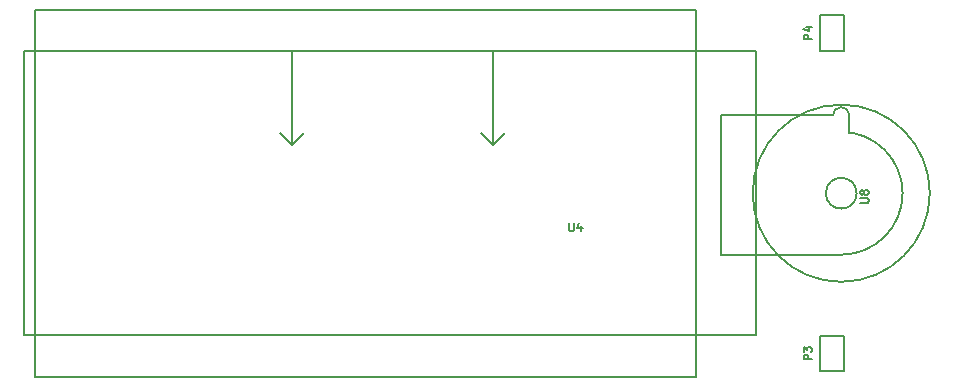
<source format=gto>
G04 #@! TF.FileFunction,Legend,Top*
%FSLAX46Y46*%
G04 Gerber Fmt 4.6, Leading zero omitted, Abs format (unit mm)*
G04 Created by KiCad (PCBNEW 4.0.4-stable) date 11/24/16 22:43:10*
%MOMM*%
%LPD*%
G01*
G04 APERTURE LIST*
%ADD10C,0.100000*%
%ADD11C,0.200000*%
%ADD12C,0.150000*%
G04 APERTURE END LIST*
D10*
D11*
X100000000Y-71750000D02*
X100000000Y-95750000D01*
X162000000Y-71750000D02*
X100000000Y-71750000D01*
X162000000Y-95750000D02*
X162000000Y-71750000D01*
X100000000Y-95750000D02*
X162000000Y-95750000D01*
D12*
X170500000Y-83750000D02*
G75*
G03X170500000Y-83750000I-1300000J0D01*
G01*
X169900000Y-77150000D02*
X169900000Y-78650000D01*
X169900000Y-78650000D02*
X170200000Y-78650000D01*
X174300000Y-84750000D02*
G75*
G03X170200000Y-78650000I-5100000J1000000D01*
G01*
X159000000Y-88950000D02*
X169200000Y-88950000D01*
X169200000Y-88950000D02*
G75*
G03X174400000Y-83750000I0J5200000D01*
G01*
X168500000Y-77150000D02*
X165600000Y-77150000D01*
X169900000Y-77150000D02*
G75*
G03X169200000Y-76450000I-700000J0D01*
G01*
X169200000Y-76450000D02*
G75*
G03X168500000Y-77150000I0J-700000D01*
G01*
X159000000Y-88950000D02*
X159000000Y-77150000D01*
X159000000Y-77150000D02*
X165600000Y-77150000D01*
X176700000Y-83750000D02*
G75*
G03X176700000Y-83750000I-7500000J0D01*
G01*
X167400000Y-98800000D02*
X167400000Y-95800000D01*
X167400000Y-95800000D02*
X169400000Y-95800000D01*
X169400000Y-95800000D02*
X169400000Y-98800000D01*
X169400000Y-98800000D02*
X167400000Y-98800000D01*
X167400000Y-71700000D02*
X167400000Y-68700000D01*
X167400000Y-68700000D02*
X169400000Y-68700000D01*
X169400000Y-68700000D02*
X169400000Y-71700000D01*
X169400000Y-71700000D02*
X167400000Y-71700000D01*
X156900000Y-68200000D02*
X156900000Y-99300000D01*
X156900000Y-99300000D02*
X100900000Y-99300000D01*
X100900000Y-99300000D02*
X100900000Y-68200000D01*
X100900000Y-68200000D02*
X156900000Y-68200000D01*
X123700000Y-78650000D02*
X122700000Y-79650000D01*
X122700000Y-79650000D02*
X121700000Y-78650000D01*
X122700000Y-71650000D02*
X122700000Y-79650000D01*
X139700000Y-79650000D02*
X138700000Y-78650000D01*
X139700000Y-71650000D02*
X139700000Y-79650000D01*
X139700000Y-79650000D02*
X140700000Y-78650000D01*
X170816667Y-84583333D02*
X171383333Y-84583333D01*
X171450000Y-84550000D01*
X171483333Y-84516667D01*
X171516667Y-84450000D01*
X171516667Y-84316667D01*
X171483333Y-84250000D01*
X171450000Y-84216667D01*
X171383333Y-84183333D01*
X170816667Y-84183333D01*
X171116667Y-83750000D02*
X171083333Y-83816667D01*
X171050000Y-83850000D01*
X170983333Y-83883334D01*
X170950000Y-83883334D01*
X170883333Y-83850000D01*
X170850000Y-83816667D01*
X170816667Y-83750000D01*
X170816667Y-83616667D01*
X170850000Y-83550000D01*
X170883333Y-83516667D01*
X170950000Y-83483334D01*
X170983333Y-83483334D01*
X171050000Y-83516667D01*
X171083333Y-83550000D01*
X171116667Y-83616667D01*
X171116667Y-83750000D01*
X171150000Y-83816667D01*
X171183333Y-83850000D01*
X171250000Y-83883334D01*
X171383333Y-83883334D01*
X171450000Y-83850000D01*
X171483333Y-83816667D01*
X171516667Y-83750000D01*
X171516667Y-83616667D01*
X171483333Y-83550000D01*
X171450000Y-83516667D01*
X171383333Y-83483334D01*
X171250000Y-83483334D01*
X171183333Y-83516667D01*
X171150000Y-83550000D01*
X171116667Y-83616667D01*
X166716667Y-97816666D02*
X166016667Y-97816666D01*
X166016667Y-97550000D01*
X166050000Y-97483333D01*
X166083333Y-97450000D01*
X166150000Y-97416666D01*
X166250000Y-97416666D01*
X166316667Y-97450000D01*
X166350000Y-97483333D01*
X166383333Y-97550000D01*
X166383333Y-97816666D01*
X166016667Y-97183333D02*
X166016667Y-96750000D01*
X166283333Y-96983333D01*
X166283333Y-96883333D01*
X166316667Y-96816666D01*
X166350000Y-96783333D01*
X166416667Y-96750000D01*
X166583333Y-96750000D01*
X166650000Y-96783333D01*
X166683333Y-96816666D01*
X166716667Y-96883333D01*
X166716667Y-97083333D01*
X166683333Y-97150000D01*
X166650000Y-97183333D01*
X166716667Y-70716666D02*
X166016667Y-70716666D01*
X166016667Y-70450000D01*
X166050000Y-70383333D01*
X166083333Y-70350000D01*
X166150000Y-70316666D01*
X166250000Y-70316666D01*
X166316667Y-70350000D01*
X166350000Y-70383333D01*
X166383333Y-70450000D01*
X166383333Y-70716666D01*
X166250000Y-69716666D02*
X166716667Y-69716666D01*
X165983333Y-69883333D02*
X166483333Y-70050000D01*
X166483333Y-69616666D01*
X146166667Y-86266667D02*
X146166667Y-86833333D01*
X146200000Y-86900000D01*
X146233333Y-86933333D01*
X146300000Y-86966667D01*
X146433333Y-86966667D01*
X146500000Y-86933333D01*
X146533333Y-86900000D01*
X146566667Y-86833333D01*
X146566667Y-86266667D01*
X147200000Y-86500000D02*
X147200000Y-86966667D01*
X147033333Y-86233333D02*
X146866666Y-86733333D01*
X147300000Y-86733333D01*
M02*

</source>
